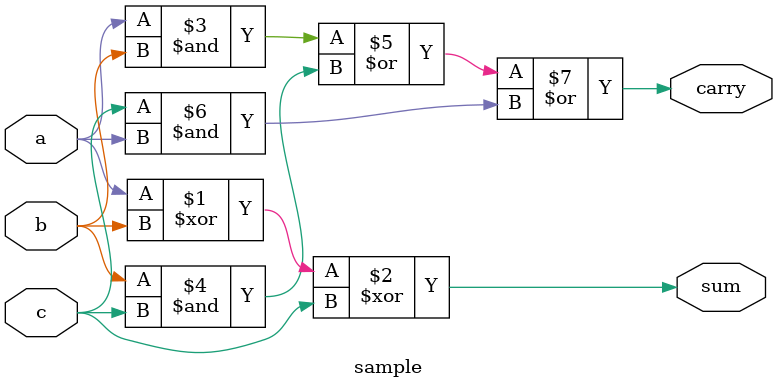
<source format=v>
`timescale 1ns / 1ps


module sample(sum,carry,a,b,c);
input a,b,c;
output sum,carry;

assign sum=a^b^c;
assign carry=(a&b)|(b&c)|(c&a);
endmodule

</source>
